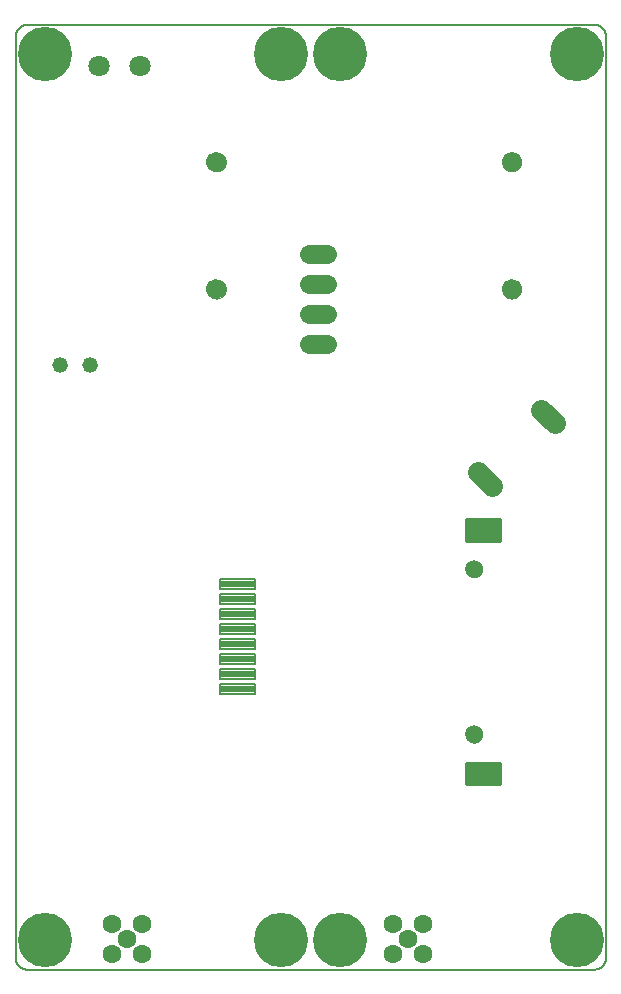
<source format=gbs>
G75*
%MOIN*%
%OFA0B0*%
%FSLAX25Y25*%
%IPPOS*%
%LPD*%
%AMOC8*
5,1,8,0,0,1.08239X$1,22.5*
%
%ADD10C,0.00500*%
%ADD11C,0.18117*%
%ADD12C,0.00000*%
%ADD13C,0.06699*%
%ADD14C,0.05200*%
%ADD15C,0.00789*%
%ADD16C,0.01655*%
%ADD17C,0.05912*%
%ADD18C,0.06306*%
%ADD19C,0.06400*%
%ADD20C,0.07093*%
%ADD21C,0.06896*%
D10*
X0005000Y0008937D02*
X0005000Y0316024D01*
X0005002Y0316148D01*
X0005008Y0316271D01*
X0005017Y0316395D01*
X0005031Y0316517D01*
X0005048Y0316640D01*
X0005070Y0316762D01*
X0005095Y0316883D01*
X0005124Y0317003D01*
X0005156Y0317122D01*
X0005193Y0317241D01*
X0005233Y0317358D01*
X0005276Y0317473D01*
X0005324Y0317588D01*
X0005375Y0317700D01*
X0005429Y0317811D01*
X0005487Y0317921D01*
X0005548Y0318028D01*
X0005613Y0318134D01*
X0005681Y0318237D01*
X0005752Y0318338D01*
X0005826Y0318437D01*
X0005903Y0318534D01*
X0005984Y0318628D01*
X0006067Y0318719D01*
X0006153Y0318808D01*
X0006242Y0318894D01*
X0006333Y0318977D01*
X0006427Y0319058D01*
X0006524Y0319135D01*
X0006623Y0319209D01*
X0006724Y0319280D01*
X0006827Y0319348D01*
X0006933Y0319413D01*
X0007040Y0319474D01*
X0007150Y0319532D01*
X0007261Y0319586D01*
X0007373Y0319637D01*
X0007488Y0319685D01*
X0007603Y0319728D01*
X0007720Y0319768D01*
X0007839Y0319805D01*
X0007958Y0319837D01*
X0008078Y0319866D01*
X0008199Y0319891D01*
X0008321Y0319913D01*
X0008444Y0319930D01*
X0008566Y0319944D01*
X0008690Y0319953D01*
X0008813Y0319959D01*
X0008937Y0319961D01*
X0197913Y0319961D01*
X0198037Y0319959D01*
X0198160Y0319953D01*
X0198284Y0319944D01*
X0198406Y0319930D01*
X0198529Y0319913D01*
X0198651Y0319891D01*
X0198772Y0319866D01*
X0198892Y0319837D01*
X0199011Y0319805D01*
X0199130Y0319768D01*
X0199247Y0319728D01*
X0199362Y0319685D01*
X0199477Y0319637D01*
X0199589Y0319586D01*
X0199700Y0319532D01*
X0199810Y0319474D01*
X0199917Y0319413D01*
X0200023Y0319348D01*
X0200126Y0319280D01*
X0200227Y0319209D01*
X0200326Y0319135D01*
X0200423Y0319058D01*
X0200517Y0318977D01*
X0200608Y0318894D01*
X0200697Y0318808D01*
X0200783Y0318719D01*
X0200866Y0318628D01*
X0200947Y0318534D01*
X0201024Y0318437D01*
X0201098Y0318338D01*
X0201169Y0318237D01*
X0201237Y0318134D01*
X0201302Y0318028D01*
X0201363Y0317921D01*
X0201421Y0317811D01*
X0201475Y0317700D01*
X0201526Y0317588D01*
X0201574Y0317473D01*
X0201617Y0317358D01*
X0201657Y0317241D01*
X0201694Y0317122D01*
X0201726Y0317003D01*
X0201755Y0316883D01*
X0201780Y0316762D01*
X0201802Y0316640D01*
X0201819Y0316517D01*
X0201833Y0316395D01*
X0201842Y0316271D01*
X0201848Y0316148D01*
X0201850Y0316024D01*
X0201850Y0008937D01*
X0201848Y0008813D01*
X0201842Y0008690D01*
X0201833Y0008566D01*
X0201819Y0008444D01*
X0201802Y0008321D01*
X0201780Y0008199D01*
X0201755Y0008078D01*
X0201726Y0007958D01*
X0201694Y0007839D01*
X0201657Y0007720D01*
X0201617Y0007603D01*
X0201574Y0007488D01*
X0201526Y0007373D01*
X0201475Y0007261D01*
X0201421Y0007150D01*
X0201363Y0007040D01*
X0201302Y0006933D01*
X0201237Y0006827D01*
X0201169Y0006724D01*
X0201098Y0006623D01*
X0201024Y0006524D01*
X0200947Y0006427D01*
X0200866Y0006333D01*
X0200783Y0006242D01*
X0200697Y0006153D01*
X0200608Y0006067D01*
X0200517Y0005984D01*
X0200423Y0005903D01*
X0200326Y0005826D01*
X0200227Y0005752D01*
X0200126Y0005681D01*
X0200023Y0005613D01*
X0199917Y0005548D01*
X0199810Y0005487D01*
X0199700Y0005429D01*
X0199589Y0005375D01*
X0199477Y0005324D01*
X0199362Y0005276D01*
X0199247Y0005233D01*
X0199130Y0005193D01*
X0199011Y0005156D01*
X0198892Y0005124D01*
X0198772Y0005095D01*
X0198651Y0005070D01*
X0198529Y0005048D01*
X0198406Y0005031D01*
X0198284Y0005017D01*
X0198160Y0005008D01*
X0198037Y0005002D01*
X0197913Y0005000D01*
X0008937Y0005000D01*
X0008813Y0005002D01*
X0008690Y0005008D01*
X0008566Y0005017D01*
X0008444Y0005031D01*
X0008321Y0005048D01*
X0008199Y0005070D01*
X0008078Y0005095D01*
X0007958Y0005124D01*
X0007839Y0005156D01*
X0007720Y0005193D01*
X0007603Y0005233D01*
X0007488Y0005276D01*
X0007373Y0005324D01*
X0007261Y0005375D01*
X0007150Y0005429D01*
X0007040Y0005487D01*
X0006933Y0005548D01*
X0006827Y0005613D01*
X0006724Y0005681D01*
X0006623Y0005752D01*
X0006524Y0005826D01*
X0006427Y0005903D01*
X0006333Y0005984D01*
X0006242Y0006067D01*
X0006153Y0006153D01*
X0006067Y0006242D01*
X0005984Y0006333D01*
X0005903Y0006427D01*
X0005826Y0006524D01*
X0005752Y0006623D01*
X0005681Y0006724D01*
X0005613Y0006827D01*
X0005548Y0006933D01*
X0005487Y0007040D01*
X0005429Y0007150D01*
X0005375Y0007261D01*
X0005324Y0007373D01*
X0005276Y0007488D01*
X0005233Y0007603D01*
X0005193Y0007720D01*
X0005156Y0007839D01*
X0005124Y0007958D01*
X0005095Y0008078D01*
X0005070Y0008199D01*
X0005048Y0008321D01*
X0005031Y0008444D01*
X0005017Y0008566D01*
X0005008Y0008690D01*
X0005002Y0008813D01*
X0005000Y0008937D01*
D11*
X0014843Y0014843D03*
X0093583Y0014843D03*
X0113268Y0014843D03*
X0192008Y0014843D03*
X0192008Y0310118D03*
X0113268Y0310118D03*
X0093583Y0310118D03*
X0014843Y0310118D03*
D12*
X0068779Y0274232D02*
X0068781Y0274344D01*
X0068787Y0274455D01*
X0068797Y0274567D01*
X0068811Y0274678D01*
X0068828Y0274788D01*
X0068850Y0274898D01*
X0068876Y0275007D01*
X0068905Y0275115D01*
X0068938Y0275221D01*
X0068975Y0275327D01*
X0069016Y0275431D01*
X0069061Y0275534D01*
X0069109Y0275635D01*
X0069160Y0275734D01*
X0069215Y0275831D01*
X0069274Y0275926D01*
X0069335Y0276020D01*
X0069400Y0276111D01*
X0069469Y0276199D01*
X0069540Y0276285D01*
X0069614Y0276369D01*
X0069692Y0276449D01*
X0069772Y0276527D01*
X0069855Y0276603D01*
X0069940Y0276675D01*
X0070028Y0276744D01*
X0070118Y0276810D01*
X0070211Y0276872D01*
X0070306Y0276932D01*
X0070403Y0276988D01*
X0070501Y0277040D01*
X0070602Y0277089D01*
X0070704Y0277134D01*
X0070808Y0277176D01*
X0070913Y0277214D01*
X0071020Y0277248D01*
X0071127Y0277278D01*
X0071236Y0277305D01*
X0071345Y0277327D01*
X0071456Y0277346D01*
X0071566Y0277361D01*
X0071678Y0277372D01*
X0071789Y0277379D01*
X0071901Y0277382D01*
X0072013Y0277381D01*
X0072125Y0277376D01*
X0072236Y0277367D01*
X0072347Y0277354D01*
X0072458Y0277337D01*
X0072568Y0277317D01*
X0072677Y0277292D01*
X0072785Y0277264D01*
X0072892Y0277231D01*
X0072998Y0277195D01*
X0073102Y0277155D01*
X0073205Y0277112D01*
X0073307Y0277065D01*
X0073406Y0277014D01*
X0073504Y0276960D01*
X0073600Y0276902D01*
X0073694Y0276841D01*
X0073785Y0276777D01*
X0073874Y0276710D01*
X0073961Y0276639D01*
X0074045Y0276565D01*
X0074127Y0276489D01*
X0074205Y0276409D01*
X0074281Y0276327D01*
X0074354Y0276242D01*
X0074424Y0276155D01*
X0074490Y0276065D01*
X0074554Y0275973D01*
X0074614Y0275879D01*
X0074671Y0275783D01*
X0074724Y0275684D01*
X0074774Y0275584D01*
X0074820Y0275483D01*
X0074863Y0275379D01*
X0074902Y0275274D01*
X0074937Y0275168D01*
X0074968Y0275061D01*
X0074996Y0274952D01*
X0075019Y0274843D01*
X0075039Y0274733D01*
X0075055Y0274622D01*
X0075067Y0274511D01*
X0075075Y0274400D01*
X0075079Y0274288D01*
X0075079Y0274176D01*
X0075075Y0274064D01*
X0075067Y0273953D01*
X0075055Y0273842D01*
X0075039Y0273731D01*
X0075019Y0273621D01*
X0074996Y0273512D01*
X0074968Y0273403D01*
X0074937Y0273296D01*
X0074902Y0273190D01*
X0074863Y0273085D01*
X0074820Y0272981D01*
X0074774Y0272880D01*
X0074724Y0272780D01*
X0074671Y0272681D01*
X0074614Y0272585D01*
X0074554Y0272491D01*
X0074490Y0272399D01*
X0074424Y0272309D01*
X0074354Y0272222D01*
X0074281Y0272137D01*
X0074205Y0272055D01*
X0074127Y0271975D01*
X0074045Y0271899D01*
X0073961Y0271825D01*
X0073874Y0271754D01*
X0073785Y0271687D01*
X0073694Y0271623D01*
X0073600Y0271562D01*
X0073504Y0271504D01*
X0073406Y0271450D01*
X0073307Y0271399D01*
X0073205Y0271352D01*
X0073102Y0271309D01*
X0072998Y0271269D01*
X0072892Y0271233D01*
X0072785Y0271200D01*
X0072677Y0271172D01*
X0072568Y0271147D01*
X0072458Y0271127D01*
X0072347Y0271110D01*
X0072236Y0271097D01*
X0072125Y0271088D01*
X0072013Y0271083D01*
X0071901Y0271082D01*
X0071789Y0271085D01*
X0071678Y0271092D01*
X0071566Y0271103D01*
X0071456Y0271118D01*
X0071345Y0271137D01*
X0071236Y0271159D01*
X0071127Y0271186D01*
X0071020Y0271216D01*
X0070913Y0271250D01*
X0070808Y0271288D01*
X0070704Y0271330D01*
X0070602Y0271375D01*
X0070501Y0271424D01*
X0070403Y0271476D01*
X0070306Y0271532D01*
X0070211Y0271592D01*
X0070118Y0271654D01*
X0070028Y0271720D01*
X0069940Y0271789D01*
X0069855Y0271861D01*
X0069772Y0271937D01*
X0069692Y0272015D01*
X0069614Y0272095D01*
X0069540Y0272179D01*
X0069469Y0272265D01*
X0069400Y0272353D01*
X0069335Y0272444D01*
X0069274Y0272538D01*
X0069215Y0272633D01*
X0069160Y0272730D01*
X0069109Y0272829D01*
X0069061Y0272930D01*
X0069016Y0273033D01*
X0068975Y0273137D01*
X0068938Y0273243D01*
X0068905Y0273349D01*
X0068876Y0273457D01*
X0068850Y0273566D01*
X0068828Y0273676D01*
X0068811Y0273786D01*
X0068797Y0273897D01*
X0068787Y0274009D01*
X0068781Y0274120D01*
X0068779Y0274232D01*
X0068779Y0231831D02*
X0068781Y0231943D01*
X0068787Y0232054D01*
X0068797Y0232166D01*
X0068811Y0232277D01*
X0068828Y0232387D01*
X0068850Y0232497D01*
X0068876Y0232606D01*
X0068905Y0232714D01*
X0068938Y0232820D01*
X0068975Y0232926D01*
X0069016Y0233030D01*
X0069061Y0233133D01*
X0069109Y0233234D01*
X0069160Y0233333D01*
X0069215Y0233430D01*
X0069274Y0233525D01*
X0069335Y0233619D01*
X0069400Y0233710D01*
X0069469Y0233798D01*
X0069540Y0233884D01*
X0069614Y0233968D01*
X0069692Y0234048D01*
X0069772Y0234126D01*
X0069855Y0234202D01*
X0069940Y0234274D01*
X0070028Y0234343D01*
X0070118Y0234409D01*
X0070211Y0234471D01*
X0070306Y0234531D01*
X0070403Y0234587D01*
X0070501Y0234639D01*
X0070602Y0234688D01*
X0070704Y0234733D01*
X0070808Y0234775D01*
X0070913Y0234813D01*
X0071020Y0234847D01*
X0071127Y0234877D01*
X0071236Y0234904D01*
X0071345Y0234926D01*
X0071456Y0234945D01*
X0071566Y0234960D01*
X0071678Y0234971D01*
X0071789Y0234978D01*
X0071901Y0234981D01*
X0072013Y0234980D01*
X0072125Y0234975D01*
X0072236Y0234966D01*
X0072347Y0234953D01*
X0072458Y0234936D01*
X0072568Y0234916D01*
X0072677Y0234891D01*
X0072785Y0234863D01*
X0072892Y0234830D01*
X0072998Y0234794D01*
X0073102Y0234754D01*
X0073205Y0234711D01*
X0073307Y0234664D01*
X0073406Y0234613D01*
X0073504Y0234559D01*
X0073600Y0234501D01*
X0073694Y0234440D01*
X0073785Y0234376D01*
X0073874Y0234309D01*
X0073961Y0234238D01*
X0074045Y0234164D01*
X0074127Y0234088D01*
X0074205Y0234008D01*
X0074281Y0233926D01*
X0074354Y0233841D01*
X0074424Y0233754D01*
X0074490Y0233664D01*
X0074554Y0233572D01*
X0074614Y0233478D01*
X0074671Y0233382D01*
X0074724Y0233283D01*
X0074774Y0233183D01*
X0074820Y0233082D01*
X0074863Y0232978D01*
X0074902Y0232873D01*
X0074937Y0232767D01*
X0074968Y0232660D01*
X0074996Y0232551D01*
X0075019Y0232442D01*
X0075039Y0232332D01*
X0075055Y0232221D01*
X0075067Y0232110D01*
X0075075Y0231999D01*
X0075079Y0231887D01*
X0075079Y0231775D01*
X0075075Y0231663D01*
X0075067Y0231552D01*
X0075055Y0231441D01*
X0075039Y0231330D01*
X0075019Y0231220D01*
X0074996Y0231111D01*
X0074968Y0231002D01*
X0074937Y0230895D01*
X0074902Y0230789D01*
X0074863Y0230684D01*
X0074820Y0230580D01*
X0074774Y0230479D01*
X0074724Y0230379D01*
X0074671Y0230280D01*
X0074614Y0230184D01*
X0074554Y0230090D01*
X0074490Y0229998D01*
X0074424Y0229908D01*
X0074354Y0229821D01*
X0074281Y0229736D01*
X0074205Y0229654D01*
X0074127Y0229574D01*
X0074045Y0229498D01*
X0073961Y0229424D01*
X0073874Y0229353D01*
X0073785Y0229286D01*
X0073694Y0229222D01*
X0073600Y0229161D01*
X0073504Y0229103D01*
X0073406Y0229049D01*
X0073307Y0228998D01*
X0073205Y0228951D01*
X0073102Y0228908D01*
X0072998Y0228868D01*
X0072892Y0228832D01*
X0072785Y0228799D01*
X0072677Y0228771D01*
X0072568Y0228746D01*
X0072458Y0228726D01*
X0072347Y0228709D01*
X0072236Y0228696D01*
X0072125Y0228687D01*
X0072013Y0228682D01*
X0071901Y0228681D01*
X0071789Y0228684D01*
X0071678Y0228691D01*
X0071566Y0228702D01*
X0071456Y0228717D01*
X0071345Y0228736D01*
X0071236Y0228758D01*
X0071127Y0228785D01*
X0071020Y0228815D01*
X0070913Y0228849D01*
X0070808Y0228887D01*
X0070704Y0228929D01*
X0070602Y0228974D01*
X0070501Y0229023D01*
X0070403Y0229075D01*
X0070306Y0229131D01*
X0070211Y0229191D01*
X0070118Y0229253D01*
X0070028Y0229319D01*
X0069940Y0229388D01*
X0069855Y0229460D01*
X0069772Y0229536D01*
X0069692Y0229614D01*
X0069614Y0229694D01*
X0069540Y0229778D01*
X0069469Y0229864D01*
X0069400Y0229952D01*
X0069335Y0230043D01*
X0069274Y0230137D01*
X0069215Y0230232D01*
X0069160Y0230329D01*
X0069109Y0230428D01*
X0069061Y0230529D01*
X0069016Y0230632D01*
X0068975Y0230736D01*
X0068938Y0230842D01*
X0068905Y0230948D01*
X0068876Y0231056D01*
X0068850Y0231165D01*
X0068828Y0231275D01*
X0068811Y0231385D01*
X0068797Y0231496D01*
X0068787Y0231608D01*
X0068781Y0231719D01*
X0068779Y0231831D01*
X0155000Y0138543D02*
X0155002Y0138648D01*
X0155008Y0138753D01*
X0155018Y0138857D01*
X0155032Y0138961D01*
X0155050Y0139065D01*
X0155072Y0139167D01*
X0155097Y0139269D01*
X0155127Y0139370D01*
X0155160Y0139469D01*
X0155197Y0139567D01*
X0155238Y0139664D01*
X0155283Y0139759D01*
X0155331Y0139852D01*
X0155382Y0139944D01*
X0155438Y0140033D01*
X0155496Y0140120D01*
X0155558Y0140205D01*
X0155622Y0140288D01*
X0155690Y0140368D01*
X0155761Y0140445D01*
X0155835Y0140519D01*
X0155912Y0140591D01*
X0155991Y0140660D01*
X0156073Y0140725D01*
X0156157Y0140788D01*
X0156244Y0140847D01*
X0156333Y0140903D01*
X0156424Y0140956D01*
X0156517Y0141005D01*
X0156611Y0141050D01*
X0156707Y0141092D01*
X0156805Y0141130D01*
X0156904Y0141164D01*
X0157005Y0141195D01*
X0157106Y0141221D01*
X0157209Y0141244D01*
X0157312Y0141263D01*
X0157416Y0141278D01*
X0157520Y0141289D01*
X0157625Y0141296D01*
X0157730Y0141299D01*
X0157835Y0141298D01*
X0157940Y0141293D01*
X0158044Y0141284D01*
X0158148Y0141271D01*
X0158252Y0141254D01*
X0158355Y0141233D01*
X0158457Y0141208D01*
X0158558Y0141180D01*
X0158657Y0141147D01*
X0158756Y0141111D01*
X0158853Y0141071D01*
X0158948Y0141028D01*
X0159042Y0140980D01*
X0159134Y0140930D01*
X0159224Y0140876D01*
X0159312Y0140818D01*
X0159397Y0140757D01*
X0159480Y0140693D01*
X0159561Y0140626D01*
X0159639Y0140556D01*
X0159714Y0140482D01*
X0159786Y0140407D01*
X0159856Y0140328D01*
X0159922Y0140247D01*
X0159986Y0140163D01*
X0160046Y0140077D01*
X0160102Y0139989D01*
X0160156Y0139898D01*
X0160206Y0139806D01*
X0160252Y0139712D01*
X0160295Y0139616D01*
X0160334Y0139518D01*
X0160369Y0139420D01*
X0160400Y0139319D01*
X0160428Y0139218D01*
X0160452Y0139116D01*
X0160472Y0139013D01*
X0160488Y0138909D01*
X0160500Y0138805D01*
X0160508Y0138700D01*
X0160512Y0138595D01*
X0160512Y0138491D01*
X0160508Y0138386D01*
X0160500Y0138281D01*
X0160488Y0138177D01*
X0160472Y0138073D01*
X0160452Y0137970D01*
X0160428Y0137868D01*
X0160400Y0137767D01*
X0160369Y0137666D01*
X0160334Y0137568D01*
X0160295Y0137470D01*
X0160252Y0137374D01*
X0160206Y0137280D01*
X0160156Y0137188D01*
X0160102Y0137097D01*
X0160046Y0137009D01*
X0159986Y0136923D01*
X0159922Y0136839D01*
X0159856Y0136758D01*
X0159786Y0136679D01*
X0159714Y0136604D01*
X0159639Y0136530D01*
X0159561Y0136460D01*
X0159480Y0136393D01*
X0159397Y0136329D01*
X0159312Y0136268D01*
X0159224Y0136210D01*
X0159134Y0136156D01*
X0159042Y0136106D01*
X0158948Y0136058D01*
X0158853Y0136015D01*
X0158756Y0135975D01*
X0158657Y0135939D01*
X0158558Y0135906D01*
X0158457Y0135878D01*
X0158355Y0135853D01*
X0158252Y0135832D01*
X0158148Y0135815D01*
X0158044Y0135802D01*
X0157940Y0135793D01*
X0157835Y0135788D01*
X0157730Y0135787D01*
X0157625Y0135790D01*
X0157520Y0135797D01*
X0157416Y0135808D01*
X0157312Y0135823D01*
X0157209Y0135842D01*
X0157106Y0135865D01*
X0157005Y0135891D01*
X0156904Y0135922D01*
X0156805Y0135956D01*
X0156707Y0135994D01*
X0156611Y0136036D01*
X0156517Y0136081D01*
X0156424Y0136130D01*
X0156333Y0136183D01*
X0156244Y0136239D01*
X0156157Y0136298D01*
X0156073Y0136361D01*
X0155991Y0136426D01*
X0155912Y0136495D01*
X0155835Y0136567D01*
X0155761Y0136641D01*
X0155690Y0136718D01*
X0155622Y0136798D01*
X0155558Y0136881D01*
X0155496Y0136966D01*
X0155438Y0137053D01*
X0155382Y0137142D01*
X0155331Y0137234D01*
X0155283Y0137327D01*
X0155238Y0137422D01*
X0155197Y0137519D01*
X0155160Y0137617D01*
X0155127Y0137716D01*
X0155097Y0137817D01*
X0155072Y0137919D01*
X0155050Y0138021D01*
X0155032Y0138125D01*
X0155018Y0138229D01*
X0155008Y0138333D01*
X0155002Y0138438D01*
X0155000Y0138543D01*
X0155000Y0083425D02*
X0155002Y0083530D01*
X0155008Y0083635D01*
X0155018Y0083739D01*
X0155032Y0083843D01*
X0155050Y0083947D01*
X0155072Y0084049D01*
X0155097Y0084151D01*
X0155127Y0084252D01*
X0155160Y0084351D01*
X0155197Y0084449D01*
X0155238Y0084546D01*
X0155283Y0084641D01*
X0155331Y0084734D01*
X0155382Y0084826D01*
X0155438Y0084915D01*
X0155496Y0085002D01*
X0155558Y0085087D01*
X0155622Y0085170D01*
X0155690Y0085250D01*
X0155761Y0085327D01*
X0155835Y0085401D01*
X0155912Y0085473D01*
X0155991Y0085542D01*
X0156073Y0085607D01*
X0156157Y0085670D01*
X0156244Y0085729D01*
X0156333Y0085785D01*
X0156424Y0085838D01*
X0156517Y0085887D01*
X0156611Y0085932D01*
X0156707Y0085974D01*
X0156805Y0086012D01*
X0156904Y0086046D01*
X0157005Y0086077D01*
X0157106Y0086103D01*
X0157209Y0086126D01*
X0157312Y0086145D01*
X0157416Y0086160D01*
X0157520Y0086171D01*
X0157625Y0086178D01*
X0157730Y0086181D01*
X0157835Y0086180D01*
X0157940Y0086175D01*
X0158044Y0086166D01*
X0158148Y0086153D01*
X0158252Y0086136D01*
X0158355Y0086115D01*
X0158457Y0086090D01*
X0158558Y0086062D01*
X0158657Y0086029D01*
X0158756Y0085993D01*
X0158853Y0085953D01*
X0158948Y0085910D01*
X0159042Y0085862D01*
X0159134Y0085812D01*
X0159224Y0085758D01*
X0159312Y0085700D01*
X0159397Y0085639D01*
X0159480Y0085575D01*
X0159561Y0085508D01*
X0159639Y0085438D01*
X0159714Y0085364D01*
X0159786Y0085289D01*
X0159856Y0085210D01*
X0159922Y0085129D01*
X0159986Y0085045D01*
X0160046Y0084959D01*
X0160102Y0084871D01*
X0160156Y0084780D01*
X0160206Y0084688D01*
X0160252Y0084594D01*
X0160295Y0084498D01*
X0160334Y0084400D01*
X0160369Y0084302D01*
X0160400Y0084201D01*
X0160428Y0084100D01*
X0160452Y0083998D01*
X0160472Y0083895D01*
X0160488Y0083791D01*
X0160500Y0083687D01*
X0160508Y0083582D01*
X0160512Y0083477D01*
X0160512Y0083373D01*
X0160508Y0083268D01*
X0160500Y0083163D01*
X0160488Y0083059D01*
X0160472Y0082955D01*
X0160452Y0082852D01*
X0160428Y0082750D01*
X0160400Y0082649D01*
X0160369Y0082548D01*
X0160334Y0082450D01*
X0160295Y0082352D01*
X0160252Y0082256D01*
X0160206Y0082162D01*
X0160156Y0082070D01*
X0160102Y0081979D01*
X0160046Y0081891D01*
X0159986Y0081805D01*
X0159922Y0081721D01*
X0159856Y0081640D01*
X0159786Y0081561D01*
X0159714Y0081486D01*
X0159639Y0081412D01*
X0159561Y0081342D01*
X0159480Y0081275D01*
X0159397Y0081211D01*
X0159312Y0081150D01*
X0159224Y0081092D01*
X0159134Y0081038D01*
X0159042Y0080988D01*
X0158948Y0080940D01*
X0158853Y0080897D01*
X0158756Y0080857D01*
X0158657Y0080821D01*
X0158558Y0080788D01*
X0158457Y0080760D01*
X0158355Y0080735D01*
X0158252Y0080714D01*
X0158148Y0080697D01*
X0158044Y0080684D01*
X0157940Y0080675D01*
X0157835Y0080670D01*
X0157730Y0080669D01*
X0157625Y0080672D01*
X0157520Y0080679D01*
X0157416Y0080690D01*
X0157312Y0080705D01*
X0157209Y0080724D01*
X0157106Y0080747D01*
X0157005Y0080773D01*
X0156904Y0080804D01*
X0156805Y0080838D01*
X0156707Y0080876D01*
X0156611Y0080918D01*
X0156517Y0080963D01*
X0156424Y0081012D01*
X0156333Y0081065D01*
X0156244Y0081121D01*
X0156157Y0081180D01*
X0156073Y0081243D01*
X0155991Y0081308D01*
X0155912Y0081377D01*
X0155835Y0081449D01*
X0155761Y0081523D01*
X0155690Y0081600D01*
X0155622Y0081680D01*
X0155558Y0081763D01*
X0155496Y0081848D01*
X0155438Y0081935D01*
X0155382Y0082024D01*
X0155331Y0082116D01*
X0155283Y0082209D01*
X0155238Y0082304D01*
X0155197Y0082401D01*
X0155160Y0082499D01*
X0155127Y0082598D01*
X0155097Y0082699D01*
X0155072Y0082801D01*
X0155050Y0082903D01*
X0155032Y0083007D01*
X0155018Y0083111D01*
X0155008Y0083215D01*
X0155002Y0083320D01*
X0155000Y0083425D01*
X0167204Y0231831D02*
X0167206Y0231943D01*
X0167212Y0232054D01*
X0167222Y0232166D01*
X0167236Y0232277D01*
X0167253Y0232387D01*
X0167275Y0232497D01*
X0167301Y0232606D01*
X0167330Y0232714D01*
X0167363Y0232820D01*
X0167400Y0232926D01*
X0167441Y0233030D01*
X0167486Y0233133D01*
X0167534Y0233234D01*
X0167585Y0233333D01*
X0167640Y0233430D01*
X0167699Y0233525D01*
X0167760Y0233619D01*
X0167825Y0233710D01*
X0167894Y0233798D01*
X0167965Y0233884D01*
X0168039Y0233968D01*
X0168117Y0234048D01*
X0168197Y0234126D01*
X0168280Y0234202D01*
X0168365Y0234274D01*
X0168453Y0234343D01*
X0168543Y0234409D01*
X0168636Y0234471D01*
X0168731Y0234531D01*
X0168828Y0234587D01*
X0168926Y0234639D01*
X0169027Y0234688D01*
X0169129Y0234733D01*
X0169233Y0234775D01*
X0169338Y0234813D01*
X0169445Y0234847D01*
X0169552Y0234877D01*
X0169661Y0234904D01*
X0169770Y0234926D01*
X0169881Y0234945D01*
X0169991Y0234960D01*
X0170103Y0234971D01*
X0170214Y0234978D01*
X0170326Y0234981D01*
X0170438Y0234980D01*
X0170550Y0234975D01*
X0170661Y0234966D01*
X0170772Y0234953D01*
X0170883Y0234936D01*
X0170993Y0234916D01*
X0171102Y0234891D01*
X0171210Y0234863D01*
X0171317Y0234830D01*
X0171423Y0234794D01*
X0171527Y0234754D01*
X0171630Y0234711D01*
X0171732Y0234664D01*
X0171831Y0234613D01*
X0171929Y0234559D01*
X0172025Y0234501D01*
X0172119Y0234440D01*
X0172210Y0234376D01*
X0172299Y0234309D01*
X0172386Y0234238D01*
X0172470Y0234164D01*
X0172552Y0234088D01*
X0172630Y0234008D01*
X0172706Y0233926D01*
X0172779Y0233841D01*
X0172849Y0233754D01*
X0172915Y0233664D01*
X0172979Y0233572D01*
X0173039Y0233478D01*
X0173096Y0233382D01*
X0173149Y0233283D01*
X0173199Y0233183D01*
X0173245Y0233082D01*
X0173288Y0232978D01*
X0173327Y0232873D01*
X0173362Y0232767D01*
X0173393Y0232660D01*
X0173421Y0232551D01*
X0173444Y0232442D01*
X0173464Y0232332D01*
X0173480Y0232221D01*
X0173492Y0232110D01*
X0173500Y0231999D01*
X0173504Y0231887D01*
X0173504Y0231775D01*
X0173500Y0231663D01*
X0173492Y0231552D01*
X0173480Y0231441D01*
X0173464Y0231330D01*
X0173444Y0231220D01*
X0173421Y0231111D01*
X0173393Y0231002D01*
X0173362Y0230895D01*
X0173327Y0230789D01*
X0173288Y0230684D01*
X0173245Y0230580D01*
X0173199Y0230479D01*
X0173149Y0230379D01*
X0173096Y0230280D01*
X0173039Y0230184D01*
X0172979Y0230090D01*
X0172915Y0229998D01*
X0172849Y0229908D01*
X0172779Y0229821D01*
X0172706Y0229736D01*
X0172630Y0229654D01*
X0172552Y0229574D01*
X0172470Y0229498D01*
X0172386Y0229424D01*
X0172299Y0229353D01*
X0172210Y0229286D01*
X0172119Y0229222D01*
X0172025Y0229161D01*
X0171929Y0229103D01*
X0171831Y0229049D01*
X0171732Y0228998D01*
X0171630Y0228951D01*
X0171527Y0228908D01*
X0171423Y0228868D01*
X0171317Y0228832D01*
X0171210Y0228799D01*
X0171102Y0228771D01*
X0170993Y0228746D01*
X0170883Y0228726D01*
X0170772Y0228709D01*
X0170661Y0228696D01*
X0170550Y0228687D01*
X0170438Y0228682D01*
X0170326Y0228681D01*
X0170214Y0228684D01*
X0170103Y0228691D01*
X0169991Y0228702D01*
X0169881Y0228717D01*
X0169770Y0228736D01*
X0169661Y0228758D01*
X0169552Y0228785D01*
X0169445Y0228815D01*
X0169338Y0228849D01*
X0169233Y0228887D01*
X0169129Y0228929D01*
X0169027Y0228974D01*
X0168926Y0229023D01*
X0168828Y0229075D01*
X0168731Y0229131D01*
X0168636Y0229191D01*
X0168543Y0229253D01*
X0168453Y0229319D01*
X0168365Y0229388D01*
X0168280Y0229460D01*
X0168197Y0229536D01*
X0168117Y0229614D01*
X0168039Y0229694D01*
X0167965Y0229778D01*
X0167894Y0229864D01*
X0167825Y0229952D01*
X0167760Y0230043D01*
X0167699Y0230137D01*
X0167640Y0230232D01*
X0167585Y0230329D01*
X0167534Y0230428D01*
X0167486Y0230529D01*
X0167441Y0230632D01*
X0167400Y0230736D01*
X0167363Y0230842D01*
X0167330Y0230948D01*
X0167301Y0231056D01*
X0167275Y0231165D01*
X0167253Y0231275D01*
X0167236Y0231385D01*
X0167222Y0231496D01*
X0167212Y0231608D01*
X0167206Y0231719D01*
X0167204Y0231831D01*
X0167204Y0274232D02*
X0167206Y0274344D01*
X0167212Y0274455D01*
X0167222Y0274567D01*
X0167236Y0274678D01*
X0167253Y0274788D01*
X0167275Y0274898D01*
X0167301Y0275007D01*
X0167330Y0275115D01*
X0167363Y0275221D01*
X0167400Y0275327D01*
X0167441Y0275431D01*
X0167486Y0275534D01*
X0167534Y0275635D01*
X0167585Y0275734D01*
X0167640Y0275831D01*
X0167699Y0275926D01*
X0167760Y0276020D01*
X0167825Y0276111D01*
X0167894Y0276199D01*
X0167965Y0276285D01*
X0168039Y0276369D01*
X0168117Y0276449D01*
X0168197Y0276527D01*
X0168280Y0276603D01*
X0168365Y0276675D01*
X0168453Y0276744D01*
X0168543Y0276810D01*
X0168636Y0276872D01*
X0168731Y0276932D01*
X0168828Y0276988D01*
X0168926Y0277040D01*
X0169027Y0277089D01*
X0169129Y0277134D01*
X0169233Y0277176D01*
X0169338Y0277214D01*
X0169445Y0277248D01*
X0169552Y0277278D01*
X0169661Y0277305D01*
X0169770Y0277327D01*
X0169881Y0277346D01*
X0169991Y0277361D01*
X0170103Y0277372D01*
X0170214Y0277379D01*
X0170326Y0277382D01*
X0170438Y0277381D01*
X0170550Y0277376D01*
X0170661Y0277367D01*
X0170772Y0277354D01*
X0170883Y0277337D01*
X0170993Y0277317D01*
X0171102Y0277292D01*
X0171210Y0277264D01*
X0171317Y0277231D01*
X0171423Y0277195D01*
X0171527Y0277155D01*
X0171630Y0277112D01*
X0171732Y0277065D01*
X0171831Y0277014D01*
X0171929Y0276960D01*
X0172025Y0276902D01*
X0172119Y0276841D01*
X0172210Y0276777D01*
X0172299Y0276710D01*
X0172386Y0276639D01*
X0172470Y0276565D01*
X0172552Y0276489D01*
X0172630Y0276409D01*
X0172706Y0276327D01*
X0172779Y0276242D01*
X0172849Y0276155D01*
X0172915Y0276065D01*
X0172979Y0275973D01*
X0173039Y0275879D01*
X0173096Y0275783D01*
X0173149Y0275684D01*
X0173199Y0275584D01*
X0173245Y0275483D01*
X0173288Y0275379D01*
X0173327Y0275274D01*
X0173362Y0275168D01*
X0173393Y0275061D01*
X0173421Y0274952D01*
X0173444Y0274843D01*
X0173464Y0274733D01*
X0173480Y0274622D01*
X0173492Y0274511D01*
X0173500Y0274400D01*
X0173504Y0274288D01*
X0173504Y0274176D01*
X0173500Y0274064D01*
X0173492Y0273953D01*
X0173480Y0273842D01*
X0173464Y0273731D01*
X0173444Y0273621D01*
X0173421Y0273512D01*
X0173393Y0273403D01*
X0173362Y0273296D01*
X0173327Y0273190D01*
X0173288Y0273085D01*
X0173245Y0272981D01*
X0173199Y0272880D01*
X0173149Y0272780D01*
X0173096Y0272681D01*
X0173039Y0272585D01*
X0172979Y0272491D01*
X0172915Y0272399D01*
X0172849Y0272309D01*
X0172779Y0272222D01*
X0172706Y0272137D01*
X0172630Y0272055D01*
X0172552Y0271975D01*
X0172470Y0271899D01*
X0172386Y0271825D01*
X0172299Y0271754D01*
X0172210Y0271687D01*
X0172119Y0271623D01*
X0172025Y0271562D01*
X0171929Y0271504D01*
X0171831Y0271450D01*
X0171732Y0271399D01*
X0171630Y0271352D01*
X0171527Y0271309D01*
X0171423Y0271269D01*
X0171317Y0271233D01*
X0171210Y0271200D01*
X0171102Y0271172D01*
X0170993Y0271147D01*
X0170883Y0271127D01*
X0170772Y0271110D01*
X0170661Y0271097D01*
X0170550Y0271088D01*
X0170438Y0271083D01*
X0170326Y0271082D01*
X0170214Y0271085D01*
X0170103Y0271092D01*
X0169991Y0271103D01*
X0169881Y0271118D01*
X0169770Y0271137D01*
X0169661Y0271159D01*
X0169552Y0271186D01*
X0169445Y0271216D01*
X0169338Y0271250D01*
X0169233Y0271288D01*
X0169129Y0271330D01*
X0169027Y0271375D01*
X0168926Y0271424D01*
X0168828Y0271476D01*
X0168731Y0271532D01*
X0168636Y0271592D01*
X0168543Y0271654D01*
X0168453Y0271720D01*
X0168365Y0271789D01*
X0168280Y0271861D01*
X0168197Y0271937D01*
X0168117Y0272015D01*
X0168039Y0272095D01*
X0167965Y0272179D01*
X0167894Y0272265D01*
X0167825Y0272353D01*
X0167760Y0272444D01*
X0167699Y0272538D01*
X0167640Y0272633D01*
X0167585Y0272730D01*
X0167534Y0272829D01*
X0167486Y0272930D01*
X0167441Y0273033D01*
X0167400Y0273137D01*
X0167363Y0273243D01*
X0167330Y0273349D01*
X0167301Y0273457D01*
X0167275Y0273566D01*
X0167253Y0273676D01*
X0167236Y0273786D01*
X0167222Y0273897D01*
X0167212Y0274009D01*
X0167206Y0274120D01*
X0167204Y0274232D01*
D13*
X0170354Y0274232D03*
X0170354Y0231831D03*
X0071929Y0231831D03*
X0071929Y0274232D03*
D14*
X0029685Y0206575D03*
X0019685Y0206575D03*
D15*
X0073305Y0135081D02*
X0073305Y0131927D01*
X0073305Y0135081D02*
X0084727Y0135081D01*
X0084727Y0131927D01*
X0073305Y0131927D01*
X0073305Y0132715D02*
X0084727Y0132715D01*
X0084727Y0133503D02*
X0073305Y0133503D01*
X0073305Y0134291D02*
X0084727Y0134291D01*
X0084727Y0135079D02*
X0073305Y0135079D01*
X0073305Y0130081D02*
X0073305Y0126927D01*
X0073305Y0130081D02*
X0084727Y0130081D01*
X0084727Y0126927D01*
X0073305Y0126927D01*
X0073305Y0127715D02*
X0084727Y0127715D01*
X0084727Y0128503D02*
X0073305Y0128503D01*
X0073305Y0129291D02*
X0084727Y0129291D01*
X0084727Y0130079D02*
X0073305Y0130079D01*
X0073305Y0125081D02*
X0073305Y0121927D01*
X0073305Y0125081D02*
X0084727Y0125081D01*
X0084727Y0121927D01*
X0073305Y0121927D01*
X0073305Y0122715D02*
X0084727Y0122715D01*
X0084727Y0123503D02*
X0073305Y0123503D01*
X0073305Y0124291D02*
X0084727Y0124291D01*
X0084727Y0125079D02*
X0073305Y0125079D01*
X0073305Y0120081D02*
X0073305Y0116927D01*
X0073305Y0120081D02*
X0084727Y0120081D01*
X0084727Y0116927D01*
X0073305Y0116927D01*
X0073305Y0117715D02*
X0084727Y0117715D01*
X0084727Y0118503D02*
X0073305Y0118503D01*
X0073305Y0119291D02*
X0084727Y0119291D01*
X0084727Y0120079D02*
X0073305Y0120079D01*
X0073305Y0115081D02*
X0073305Y0111927D01*
X0073305Y0115081D02*
X0084727Y0115081D01*
X0084727Y0111927D01*
X0073305Y0111927D01*
X0073305Y0112715D02*
X0084727Y0112715D01*
X0084727Y0113503D02*
X0073305Y0113503D01*
X0073305Y0114291D02*
X0084727Y0114291D01*
X0084727Y0115079D02*
X0073305Y0115079D01*
X0073305Y0110081D02*
X0073305Y0106927D01*
X0073305Y0110081D02*
X0084727Y0110081D01*
X0084727Y0106927D01*
X0073305Y0106927D01*
X0073305Y0107715D02*
X0084727Y0107715D01*
X0084727Y0108503D02*
X0073305Y0108503D01*
X0073305Y0109291D02*
X0084727Y0109291D01*
X0084727Y0110079D02*
X0073305Y0110079D01*
X0073305Y0105081D02*
X0073305Y0101927D01*
X0073305Y0105081D02*
X0084727Y0105081D01*
X0084727Y0101927D01*
X0073305Y0101927D01*
X0073305Y0102715D02*
X0084727Y0102715D01*
X0084727Y0103503D02*
X0073305Y0103503D01*
X0073305Y0104291D02*
X0084727Y0104291D01*
X0084727Y0105079D02*
X0073305Y0105079D01*
X0073305Y0100081D02*
X0073305Y0096927D01*
X0073305Y0100081D02*
X0084727Y0100081D01*
X0084727Y0096927D01*
X0073305Y0096927D01*
X0073305Y0097715D02*
X0084727Y0097715D01*
X0084727Y0098503D02*
X0073305Y0098503D01*
X0073305Y0099291D02*
X0084727Y0099291D01*
X0084727Y0100079D02*
X0073305Y0100079D01*
D16*
X0155431Y0073664D02*
X0155431Y0067044D01*
X0155431Y0073664D02*
X0165987Y0073664D01*
X0165987Y0067044D01*
X0155431Y0067044D01*
X0155431Y0068698D02*
X0165987Y0068698D01*
X0165987Y0070352D02*
X0155431Y0070352D01*
X0155431Y0072006D02*
X0165987Y0072006D01*
X0165987Y0073660D02*
X0155431Y0073660D01*
X0155431Y0148344D02*
X0155431Y0154964D01*
X0165987Y0154964D01*
X0165987Y0148344D01*
X0155431Y0148344D01*
X0155431Y0149998D02*
X0165987Y0149998D01*
X0165987Y0151652D02*
X0155431Y0151652D01*
X0155431Y0153306D02*
X0165987Y0153306D01*
X0165987Y0154960D02*
X0155431Y0154960D01*
D17*
X0157756Y0138543D03*
X0157756Y0083425D03*
D18*
X0140709Y0020236D03*
X0135709Y0015236D03*
X0140709Y0010236D03*
X0130709Y0010236D03*
X0130709Y0020236D03*
X0047008Y0020236D03*
X0042008Y0015236D03*
X0047008Y0010236D03*
X0037008Y0010236D03*
X0037008Y0020236D03*
D19*
X0102787Y0213622D02*
X0108787Y0213622D01*
X0108787Y0223622D02*
X0102787Y0223622D01*
X0102787Y0233622D02*
X0108787Y0233622D01*
X0108787Y0243622D02*
X0102787Y0243622D01*
D20*
X0046535Y0306181D03*
X0032756Y0306181D03*
D21*
X0159261Y0170750D02*
X0163855Y0166157D01*
X0184734Y0187036D02*
X0180140Y0191629D01*
M02*

</source>
